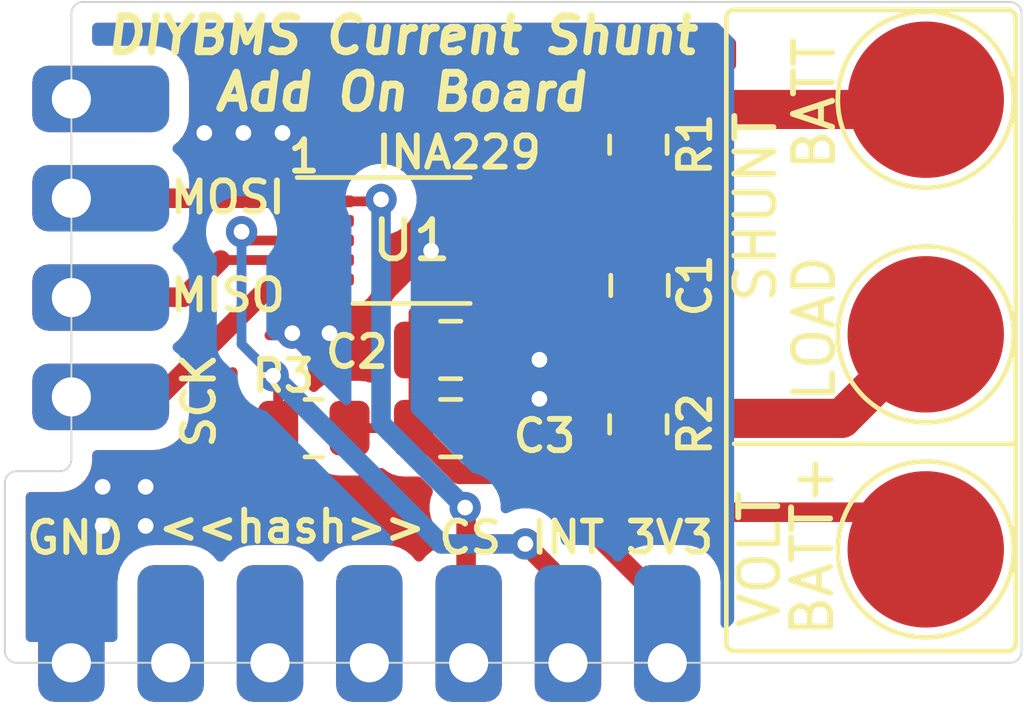
<source format=kicad_pcb>
(kicad_pcb (version 20171130) (host pcbnew "(5.1.10)-1")

  (general
    (thickness 1.6)
    (drawings 37)
    (tracks 89)
    (zones 0)
    (modules 12)
    (nets 13)
  )

  (page A4)
  (layers
    (0 F.Cu signal)
    (31 B.Cu signal)
    (32 B.Adhes user)
    (33 F.Adhes user)
    (34 B.Paste user)
    (35 F.Paste user)
    (36 B.SilkS user)
    (37 F.SilkS user)
    (38 B.Mask user)
    (39 F.Mask user)
    (40 Dwgs.User user)
    (41 Cmts.User user)
    (42 Eco1.User user)
    (43 Eco2.User user)
    (44 Edge.Cuts user)
    (45 Margin user)
    (46 B.CrtYd user)
    (47 F.CrtYd user hide)
    (48 B.Fab user)
    (49 F.Fab user hide)
  )

  (setup
    (last_trace_width 0.25)
    (trace_clearance 0.2)
    (zone_clearance 0)
    (zone_45_only yes)
    (trace_min 0.2)
    (via_size 0.8)
    (via_drill 0.4)
    (via_min_size 0.4)
    (via_min_drill 0.3)
    (uvia_size 0.3)
    (uvia_drill 0.1)
    (uvias_allowed no)
    (uvia_min_size 0.2)
    (uvia_min_drill 0.1)
    (edge_width 0.05)
    (segment_width 0.2)
    (pcb_text_width 0.3)
    (pcb_text_size 1.5 1.5)
    (mod_edge_width 0.12)
    (mod_text_size 1 1)
    (mod_text_width 0.15)
    (pad_size 1.524 1.524)
    (pad_drill 0.762)
    (pad_to_mask_clearance 0)
    (aux_axis_origin 0 0)
    (visible_elements 7FFFFFFF)
    (pcbplotparams
      (layerselection 0x010fc_ffffffff)
      (usegerberextensions false)
      (usegerberattributes true)
      (usegerberadvancedattributes true)
      (creategerberjobfile true)
      (excludeedgelayer true)
      (linewidth 0.100000)
      (plotframeref false)
      (viasonmask false)
      (mode 1)
      (useauxorigin false)
      (hpglpennumber 1)
      (hpglpenspeed 20)
      (hpglpendiameter 15.000000)
      (psnegative false)
      (psa4output false)
      (plotreference true)
      (plotvalue true)
      (plotinvisibletext false)
      (padsonsilk false)
      (subtractmaskfromsilk false)
      (outputformat 1)
      (mirror false)
      (drillshape 1)
      (scaleselection 1)
      (outputdirectory ""))
  )

  (net 0 "")
  (net 1 GND)
  (net 2 ALERT)
  (net 3 CS)
  (net 4 +3V3)
  (net 5 SCK)
  (net 6 MISO)
  (net 7 MOSI)
  (net 8 "Net-(C1-Pad2)")
  (net 9 "Net-(C1-Pad1)")
  (net 10 "Net-(J3-Pad1)")
  (net 11 "Net-(J4-Pad1)")
  (net 12 "Net-(J5-Pad1)")

  (net_class Default "This is the default net class."
    (clearance 0.2)
    (trace_width 0.25)
    (via_dia 0.8)
    (via_drill 0.4)
    (uvia_dia 0.3)
    (uvia_drill 0.1)
    (add_net +3V3)
    (add_net ALERT)
    (add_net CS)
    (add_net GND)
    (add_net MISO)
    (add_net MOSI)
    (add_net "Net-(C1-Pad1)")
    (add_net "Net-(C1-Pad2)")
    (add_net "Net-(J3-Pad1)")
    (add_net "Net-(J4-Pad1)")
    (add_net "Net-(J5-Pad1)")
    (add_net SCK)
  )

  (module Connector_PinHeader_2.54mm:PinHeader_1x04_P2.54mm_Vertical locked (layer F.Cu) (tedit 63A57460) (tstamp 63A49200)
    (at 205.8 105.9 180)
    (descr "Through hole straight pin header, 1x04, 2.54mm pitch, single row")
    (tags "Through hole pin header THT 1x04 2.54mm single row")
    (path /63A42F06)
    (fp_text reference J2 (at 0.9 9.3 180) (layer F.SilkS) hide
      (effects (font (size 1 1) (thickness 0.15)))
    )
    (fp_text value header (at -0.3 10.25 180) (layer F.Fab)
      (effects (font (size 1 1) (thickness 0.15)))
    )
    (fp_line (start 1.75 -1.8) (end -2.6 -1.8) (layer F.CrtYd) (width 0.05))
    (fp_line (start 1.75 9.4) (end 1.75 -1.8) (layer F.CrtYd) (width 0.05))
    (fp_line (start -2.6 9.4) (end 1.75 9.4) (layer F.CrtYd) (width 0.05))
    (fp_line (start -2.6 -1.8) (end -2.6 9.4) (layer F.CrtYd) (width 0.05))
    (fp_line (start -1.27 -0.635) (end -0.635 -1.27) (layer F.Fab) (width 0.1))
    (fp_line (start -1.27 8.89) (end -1.27 -0.635) (layer F.Fab) (width 0.1))
    (fp_line (start 1.27 8.89) (end -1.27 8.89) (layer F.Fab) (width 0.1))
    (fp_line (start 1.27 -1.27) (end 1.27 8.89) (layer F.Fab) (width 0.1))
    (fp_line (start -0.635 -1.27) (end 1.27 -1.27) (layer F.Fab) (width 0.1))
    (fp_text user %R (at 0 3.81 270) (layer F.Fab)
      (effects (font (size 1 1) (thickness 0.15)))
    )
    (pad 4 thru_hole roundrect (at 0 7.62 180) (size 3.5 1.7) (drill 1 (offset -0.75 0)) (layers *.Cu *.Mask) (roundrect_rratio 0.25))
    (pad 3 thru_hole roundrect (at 0 5.08 180) (size 3.5 1.7) (drill 1 (offset -0.75 0)) (layers *.Cu *.Mask) (roundrect_rratio 0.25)
      (net 7 MOSI))
    (pad 2 thru_hole roundrect (at 0 2.54 180) (size 3.5 1.7) (drill 1 (offset -0.75 0)) (layers *.Cu *.Mask) (roundrect_rratio 0.25)
      (net 6 MISO))
    (pad 1 thru_hole roundrect (at 0 0 180) (size 3.5 1.7) (drill 1 (offset -0.75 0)) (layers *.Cu *.Mask) (roundrect_rratio 0.25)
      (net 5 SCK))
  )

  (module Connector_PinHeader_2.54mm:PinHeader_1x07_P2.54mm_Vertical locked (layer F.Cu) (tedit 63A57393) (tstamp 63A5F3D1)
    (at 205.8 112.7 90)
    (descr "Through hole straight pin header, 1x07, 2.54mm pitch, single row")
    (tags "Through hole pin header THT 1x07 2.54mm single row")
    (path /63A4285E)
    (fp_text reference J1 (at -1.9 0) (layer F.SilkS) hide
      (effects (font (size 1 1) (thickness 0.15)))
    )
    (fp_text value header (at -2.3 1.8) (layer F.Fab)
      (effects (font (size 1 1) (thickness 0.15)))
    )
    (fp_line (start 2.55 -1.8) (end -1.35 -1.8) (layer F.CrtYd) (width 0.05))
    (fp_line (start 2.55 17.05) (end 2.55 -1.8) (layer F.CrtYd) (width 0.05))
    (fp_line (start -1.35 17.05) (end 2.55 17.05) (layer F.CrtYd) (width 0.05))
    (fp_line (start -1.35 -1.8) (end -1.35 17.05) (layer F.CrtYd) (width 0.05))
    (fp_line (start -1.27 -0.635) (end -0.635 -1.27) (layer F.Fab) (width 0.1))
    (fp_line (start -1.27 16.51) (end -1.27 -0.635) (layer F.Fab) (width 0.1))
    (fp_line (start 1.27 16.51) (end -1.27 16.51) (layer F.Fab) (width 0.1))
    (fp_line (start 1.27 -1.27) (end 1.27 16.51) (layer F.Fab) (width 0.1))
    (fp_line (start -0.635 -1.27) (end 1.27 -1.27) (layer F.Fab) (width 0.1))
    (fp_text user %R (at 0 7.62 180) (layer F.Fab)
      (effects (font (size 1 1) (thickness 0.15)))
    )
    (pad 7 thru_hole roundrect (at 0 15.24 90) (size 3.5 1.7) (drill 1 (offset 0.75 0)) (layers *.Cu *.Mask) (roundrect_rratio 0.25)
      (net 4 +3V3))
    (pad 6 thru_hole roundrect (at 0 12.7 90) (size 3.5 1.7) (drill 1 (offset 0.75 0)) (layers *.Cu *.Mask) (roundrect_rratio 0.25)
      (net 2 ALERT))
    (pad 5 thru_hole roundrect (at 0 10.16 90) (size 3.5 1.7) (drill 1 (offset 0.75 0)) (layers *.Cu *.Mask) (roundrect_rratio 0.25)
      (net 3 CS))
    (pad 4 thru_hole roundrect (at 0 7.62 90) (size 3.5 1.7) (drill 1 (offset 0.75 0)) (layers *.Cu *.Mask) (roundrect_rratio 0.25))
    (pad 3 thru_hole roundrect (at 0 5.08 90) (size 3.5 1.7) (drill 1 (offset 0.75 0)) (layers *.Cu *.Mask) (roundrect_rratio 0.25))
    (pad 2 thru_hole roundrect (at 0 2.54 90) (size 3.5 1.7) (drill 1 (offset 0.75 0)) (layers *.Cu *.Mask) (roundrect_rratio 0.25))
    (pad 1 thru_hole roundrect (at 0 0 90) (size 3.5 1.7) (drill 1 (offset 0.75 0)) (layers *.Cu *.Mask) (roundrect_rratio 0.25)
      (net 1 GND))
  )

  (module Resistor_SMD:R_0805_2012Metric (layer F.Cu) (tedit 5F68FEEE) (tstamp 63A4B316)
    (at 212 106.7 180)
    (descr "Resistor SMD 0805 (2012 Metric), square (rectangular) end terminal, IPC_7351 nominal, (Body size source: IPC-SM-782 page 72, https://www.pcb-3d.com/wordpress/wp-content/uploads/ipc-sm-782a_amendment_1_and_2.pdf), generated with kicad-footprint-generator")
    (tags resistor)
    (path /63A74A2E)
    (attr smd)
    (fp_text reference R3 (at 0.78 1.34) (layer F.SilkS)
      (effects (font (size 0.8 0.8) (thickness 0.15)))
    )
    (fp_text value 10K (at 0 1.65) (layer F.Fab)
      (effects (font (size 1 1) (thickness 0.15)))
    )
    (fp_line (start 1.68 0.95) (end -1.68 0.95) (layer F.CrtYd) (width 0.05))
    (fp_line (start 1.68 -0.95) (end 1.68 0.95) (layer F.CrtYd) (width 0.05))
    (fp_line (start -1.68 -0.95) (end 1.68 -0.95) (layer F.CrtYd) (width 0.05))
    (fp_line (start -1.68 0.95) (end -1.68 -0.95) (layer F.CrtYd) (width 0.05))
    (fp_line (start -0.227064 0.735) (end 0.227064 0.735) (layer F.SilkS) (width 0.12))
    (fp_line (start -0.227064 -0.735) (end 0.227064 -0.735) (layer F.SilkS) (width 0.12))
    (fp_line (start 1 0.625) (end -1 0.625) (layer F.Fab) (width 0.1))
    (fp_line (start 1 -0.625) (end 1 0.625) (layer F.Fab) (width 0.1))
    (fp_line (start -1 -0.625) (end 1 -0.625) (layer F.Fab) (width 0.1))
    (fp_line (start -1 0.625) (end -1 -0.625) (layer F.Fab) (width 0.1))
    (fp_text user %R (at 0 0) (layer F.Fab)
      (effects (font (size 0.5 0.5) (thickness 0.08)))
    )
    (pad 2 smd roundrect (at 0.9125 0 180) (size 1.025 1.4) (layers F.Cu F.Paste F.Mask) (roundrect_rratio 0.243902)
      (net 2 ALERT))
    (pad 1 smd roundrect (at -0.9125 0 180) (size 1.025 1.4) (layers F.Cu F.Paste F.Mask) (roundrect_rratio 0.243902)
      (net 4 +3V3))
    (model ${KISYS3DMOD}/Resistor_SMD.3dshapes/R_0805_2012Metric.wrl
      (at (xyz 0 0 0))
      (scale (xyz 1 1 1))
      (rotate (xyz 0 0 0))
    )
  )

  (module Package_SO:VSSOP-10_3x3mm_P0.5mm (layer F.Cu) (tedit 5D9F72B2) (tstamp 63A4A39F)
    (at 214.5 101.9)
    (descr "VSSOP, 10 Pin (http://www.ti.com/lit/ds/symlink/ads1115.pdf), generated with kicad-footprint-generator ipc_gullwing_generator.py")
    (tags "VSSOP SO")
    (path /63A4D030)
    (attr smd)
    (fp_text reference U1 (at 0 0) (layer F.SilkS)
      (effects (font (size 1 1) (thickness 0.15)))
    )
    (fp_text value INA229 (at 1.2 -2.25 180) (layer F.SilkS)
      (effects (font (size 0.8 0.8) (thickness 0.15)))
    )
    (fp_line (start 3.18 -1.75) (end -3.18 -1.75) (layer F.CrtYd) (width 0.05))
    (fp_line (start 3.18 1.75) (end 3.18 -1.75) (layer F.CrtYd) (width 0.05))
    (fp_line (start -3.18 1.75) (end 3.18 1.75) (layer F.CrtYd) (width 0.05))
    (fp_line (start -3.18 -1.75) (end -3.18 1.75) (layer F.CrtYd) (width 0.05))
    (fp_line (start -1.5 -0.75) (end -0.75 -1.5) (layer F.Fab) (width 0.1))
    (fp_line (start -1.5 1.5) (end -1.5 -0.75) (layer F.Fab) (width 0.1))
    (fp_line (start 1.5 1.5) (end -1.5 1.5) (layer F.Fab) (width 0.1))
    (fp_line (start 1.5 -1.5) (end 1.5 1.5) (layer F.Fab) (width 0.1))
    (fp_line (start -0.75 -1.5) (end 1.5 -1.5) (layer F.Fab) (width 0.1))
    (fp_line (start 0 -1.61) (end -2.925 -1.61) (layer F.SilkS) (width 0.12))
    (fp_line (start 0 -1.61) (end 1.5 -1.61) (layer F.SilkS) (width 0.12))
    (fp_line (start 0 1.61) (end -1.5 1.61) (layer F.SilkS) (width 0.12))
    (fp_line (start 0 1.61) (end 1.5 1.61) (layer F.SilkS) (width 0.12))
    (fp_text user %R (at 0 0) (layer F.Fab)
      (effects (font (size 0.75 0.75) (thickness 0.11)))
    )
    (pad 10 smd roundrect (at 2.2 -1) (size 1.45 0.3) (layers F.Cu F.Paste F.Mask) (roundrect_rratio 0.25)
      (net 9 "Net-(C1-Pad1)"))
    (pad 9 smd roundrect (at 2.2 -0.5) (size 1.45 0.3) (layers F.Cu F.Paste F.Mask) (roundrect_rratio 0.25)
      (net 8 "Net-(C1-Pad2)"))
    (pad 8 smd roundrect (at 2.2 0) (size 1.45 0.3) (layers F.Cu F.Paste F.Mask) (roundrect_rratio 0.25)
      (net 12 "Net-(J5-Pad1)"))
    (pad 7 smd roundrect (at 2.2 0.5) (size 1.45 0.3) (layers F.Cu F.Paste F.Mask) (roundrect_rratio 0.25)
      (net 1 GND))
    (pad 6 smd roundrect (at 2.2 1) (size 1.45 0.3) (layers F.Cu F.Paste F.Mask) (roundrect_rratio 0.25)
      (net 4 +3V3))
    (pad 5 smd roundrect (at -2.2 1) (size 1.45 0.3) (layers F.Cu F.Paste F.Mask) (roundrect_rratio 0.25)
      (net 5 SCK))
    (pad 4 smd roundrect (at -2.2 0.5) (size 1.45 0.3) (layers F.Cu F.Paste F.Mask) (roundrect_rratio 0.25)
      (net 6 MISO))
    (pad 3 smd roundrect (at -2.2 0) (size 1.45 0.3) (layers F.Cu F.Paste F.Mask) (roundrect_rratio 0.25)
      (net 2 ALERT))
    (pad 2 smd roundrect (at -2.2 -0.5) (size 1.45 0.3) (layers F.Cu F.Paste F.Mask) (roundrect_rratio 0.25)
      (net 7 MOSI))
    (pad 1 smd roundrect (at -2.2 -1) (size 1.45 0.3) (layers F.Cu F.Paste F.Mask) (roundrect_rratio 0.25)
      (net 3 CS))
    (model ${KISYS3DMOD}/Package_SO.3dshapes/VSSOP-10_3x3mm_P0.5mm.wrl
      (at (xyz 0 0 0))
      (scale (xyz 1 1 1))
      (rotate (xyz 0 0 0))
    )
  )

  (module Resistor_SMD:R_0805_2012Metric (layer F.Cu) (tedit 5F68FEEE) (tstamp 63A4A383)
    (at 220.3 106.6 270)
    (descr "Resistor SMD 0805 (2012 Metric), square (rectangular) end terminal, IPC_7351 nominal, (Body size source: IPC-SM-782 page 72, https://www.pcb-3d.com/wordpress/wp-content/uploads/ipc-sm-782a_amendment_1_and_2.pdf), generated with kicad-footprint-generator")
    (tags resistor)
    (path /63A48284)
    (attr smd)
    (fp_text reference R2 (at 0 -1.45 90) (layer F.SilkS)
      (effects (font (size 0.8 0.8) (thickness 0.15)))
    )
    (fp_text value 10R (at 0 1.65 90) (layer F.Fab)
      (effects (font (size 1 1) (thickness 0.15)))
    )
    (fp_line (start 1.68 0.95) (end -1.68 0.95) (layer F.CrtYd) (width 0.05))
    (fp_line (start 1.68 -0.95) (end 1.68 0.95) (layer F.CrtYd) (width 0.05))
    (fp_line (start -1.68 -0.95) (end 1.68 -0.95) (layer F.CrtYd) (width 0.05))
    (fp_line (start -1.68 0.95) (end -1.68 -0.95) (layer F.CrtYd) (width 0.05))
    (fp_line (start -0.227064 0.735) (end 0.227064 0.735) (layer F.SilkS) (width 0.12))
    (fp_line (start -0.227064 -0.735) (end 0.227064 -0.735) (layer F.SilkS) (width 0.12))
    (fp_line (start 1 0.625) (end -1 0.625) (layer F.Fab) (width 0.1))
    (fp_line (start 1 -0.625) (end 1 0.625) (layer F.Fab) (width 0.1))
    (fp_line (start -1 -0.625) (end 1 -0.625) (layer F.Fab) (width 0.1))
    (fp_line (start -1 0.625) (end -1 -0.625) (layer F.Fab) (width 0.1))
    (fp_text user %R (at 0 0 90) (layer F.Fab)
      (effects (font (size 0.5 0.5) (thickness 0.08)))
    )
    (pad 2 smd roundrect (at 0.9125 0 270) (size 1.025 1.4) (layers F.Cu F.Paste F.Mask) (roundrect_rratio 0.243902)
      (net 11 "Net-(J4-Pad1)"))
    (pad 1 smd roundrect (at -0.9125 0 270) (size 1.025 1.4) (layers F.Cu F.Paste F.Mask) (roundrect_rratio 0.243902)
      (net 8 "Net-(C1-Pad2)"))
    (model ${KISYS3DMOD}/Resistor_SMD.3dshapes/R_0805_2012Metric.wrl
      (at (xyz 0 0 0))
      (scale (xyz 1 1 1))
      (rotate (xyz 0 0 0))
    )
  )

  (module Resistor_SMD:R_0805_2012Metric (layer F.Cu) (tedit 5F68FEEE) (tstamp 63A4B6E3)
    (at 220.3 99.45 90)
    (descr "Resistor SMD 0805 (2012 Metric), square (rectangular) end terminal, IPC_7351 nominal, (Body size source: IPC-SM-782 page 72, https://www.pcb-3d.com/wordpress/wp-content/uploads/ipc-sm-782a_amendment_1_and_2.pdf), generated with kicad-footprint-generator")
    (tags resistor)
    (path /63A468C1)
    (attr smd)
    (fp_text reference R1 (at 0 1.45 90) (layer F.SilkS)
      (effects (font (size 0.8 0.8) (thickness 0.15)))
    )
    (fp_text value 10R (at 0 1.65 90) (layer F.Fab)
      (effects (font (size 1 1) (thickness 0.15)))
    )
    (fp_line (start 1.68 0.95) (end -1.68 0.95) (layer F.CrtYd) (width 0.05))
    (fp_line (start 1.68 -0.95) (end 1.68 0.95) (layer F.CrtYd) (width 0.05))
    (fp_line (start -1.68 -0.95) (end 1.68 -0.95) (layer F.CrtYd) (width 0.05))
    (fp_line (start -1.68 0.95) (end -1.68 -0.95) (layer F.CrtYd) (width 0.05))
    (fp_line (start -0.227064 0.735) (end 0.227064 0.735) (layer F.SilkS) (width 0.12))
    (fp_line (start -0.227064 -0.735) (end 0.227064 -0.735) (layer F.SilkS) (width 0.12))
    (fp_line (start 1 0.625) (end -1 0.625) (layer F.Fab) (width 0.1))
    (fp_line (start 1 -0.625) (end 1 0.625) (layer F.Fab) (width 0.1))
    (fp_line (start -1 -0.625) (end 1 -0.625) (layer F.Fab) (width 0.1))
    (fp_line (start -1 0.625) (end -1 -0.625) (layer F.Fab) (width 0.1))
    (fp_text user %R (at 0 0 90) (layer F.Fab)
      (effects (font (size 0.5 0.5) (thickness 0.08)))
    )
    (pad 2 smd roundrect (at 0.9125 0 90) (size 1.025 1.4) (layers F.Cu F.Paste F.Mask) (roundrect_rratio 0.243902)
      (net 10 "Net-(J3-Pad1)"))
    (pad 1 smd roundrect (at -0.9125 0 90) (size 1.025 1.4) (layers F.Cu F.Paste F.Mask) (roundrect_rratio 0.243902)
      (net 9 "Net-(C1-Pad1)"))
    (model ${KISYS3DMOD}/Resistor_SMD.3dshapes/R_0805_2012Metric.wrl
      (at (xyz 0 0 0))
      (scale (xyz 1 1 1))
      (rotate (xyz 0 0 0))
    )
  )

  (module TestPoint:TestPoint_Pad_D4.0mm (layer F.Cu) (tedit 5A0F774F) (tstamp 63A5F41E)
    (at 227.65 109.8 90)
    (descr "SMD pad as test Point, diameter 4.0mm")
    (tags "test point SMD pad")
    (path /63A551FC)
    (attr virtual)
    (fp_text reference J5 (at -0.1 3.7 90) (layer F.SilkS) hide
      (effects (font (size 1 1) (thickness 0.15)))
    )
    (fp_text value BUSVOLTAGE+ (at 0.2 8.2) (layer F.Fab)
      (effects (font (size 1 1) (thickness 0.15)))
    )
    (fp_circle (center 0 0) (end 0 2.25) (layer F.SilkS) (width 0.12))
    (fp_circle (center 0 0) (end 2.5 0) (layer F.CrtYd) (width 0.05))
    (fp_text user %R (at 0 -2.9 90) (layer F.Fab)
      (effects (font (size 1 1) (thickness 0.15)))
    )
    (pad 1 smd circle (at 0 0 90) (size 4 4) (layers F.Cu F.Mask)
      (net 12 "Net-(J5-Pad1)"))
  )

  (module TestPoint:TestPoint_Pad_D4.0mm (layer F.Cu) (tedit 5A0F774F) (tstamp 63A606F5)
    (at 227.65 104.3 90)
    (descr "SMD pad as test Point, diameter 4.0mm")
    (tags "test point SMD pad")
    (path /63A49860)
    (attr virtual)
    (fp_text reference J4 (at 0.15 3.7 90) (layer F.SilkS) hide
      (effects (font (size 1 1) (thickness 0.15)))
    )
    (fp_text value CHARGER-LOAD (at 0.1 8.3) (layer F.Fab)
      (effects (font (size 1 1) (thickness 0.15)))
    )
    (fp_circle (center 0 0) (end 0 2.25) (layer F.SilkS) (width 0.12))
    (fp_circle (center 0 0) (end 2.5 0) (layer F.CrtYd) (width 0.05))
    (fp_text user %R (at 0 -2.9 90) (layer F.Fab)
      (effects (font (size 1 1) (thickness 0.15)))
    )
    (pad 1 smd circle (at 0 0 90) (size 4 4) (layers F.Cu F.Mask)
      (net 11 "Net-(J4-Pad1)"))
  )

  (module TestPoint:TestPoint_Pad_D4.0mm (layer F.Cu) (tedit 5A0F774F) (tstamp 63A5F45A)
    (at 227.65 98.3 90)
    (descr "SMD pad as test Point, diameter 4.0mm")
    (tags "test point SMD pad")
    (path /63A49249)
    (attr virtual)
    (fp_text reference J3 (at 0.1 3.7 90) (layer F.SilkS) hide
      (effects (font (size 1 1) (thickness 0.15)))
    )
    (fp_text value BATTERY+ (at 0.7 6.4) (layer F.Fab)
      (effects (font (size 1 1) (thickness 0.15)))
    )
    (fp_circle (center 0 0) (end 0 2.25) (layer F.SilkS) (width 0.12))
    (fp_circle (center 0 0) (end 2.5 0) (layer F.CrtYd) (width 0.05))
    (fp_text user %R (at 0 -2.9 90) (layer F.Fab)
      (effects (font (size 1 1) (thickness 0.15)))
    )
    (pad 1 smd circle (at 0 0 90) (size 4 4) (layers F.Cu F.Mask)
      (net 10 "Net-(J3-Pad1)"))
  )

  (module Capacitor_SMD:C_0805_2012Metric (layer F.Cu) (tedit 5F68FEEE) (tstamp 63A4A2E7)
    (at 215.5 106.7)
    (descr "Capacitor SMD 0805 (2012 Metric), square (rectangular) end terminal, IPC_7351 nominal, (Body size source: IPC-SM-782 page 76, https://www.pcb-3d.com/wordpress/wp-content/uploads/ipc-sm-782a_amendment_1_and_2.pdf, https://docs.google.com/spreadsheets/d/1BsfQQcO9C6DZCsRaXUlFlo91Tg2WpOkGARC1WS5S8t0/edit?usp=sharing), generated with kicad-footprint-generator")
    (tags capacitor)
    (path /63A45377)
    (attr smd)
    (fp_text reference C3 (at 2.4 0.2) (layer F.SilkS)
      (effects (font (size 0.8 0.8) (thickness 0.15)))
    )
    (fp_text value 100nF (at 0 1.68) (layer F.Fab)
      (effects (font (size 1 1) (thickness 0.15)))
    )
    (fp_line (start 1.7 0.98) (end -1.7 0.98) (layer F.CrtYd) (width 0.05))
    (fp_line (start 1.7 -0.98) (end 1.7 0.98) (layer F.CrtYd) (width 0.05))
    (fp_line (start -1.7 -0.98) (end 1.7 -0.98) (layer F.CrtYd) (width 0.05))
    (fp_line (start -1.7 0.98) (end -1.7 -0.98) (layer F.CrtYd) (width 0.05))
    (fp_line (start -0.261252 0.735) (end 0.261252 0.735) (layer F.SilkS) (width 0.12))
    (fp_line (start -0.261252 -0.735) (end 0.261252 -0.735) (layer F.SilkS) (width 0.12))
    (fp_line (start 1 0.625) (end -1 0.625) (layer F.Fab) (width 0.1))
    (fp_line (start 1 -0.625) (end 1 0.625) (layer F.Fab) (width 0.1))
    (fp_line (start -1 -0.625) (end 1 -0.625) (layer F.Fab) (width 0.1))
    (fp_line (start -1 0.625) (end -1 -0.625) (layer F.Fab) (width 0.1))
    (fp_text user %R (at 0 0) (layer F.Fab)
      (effects (font (size 0.5 0.5) (thickness 0.08)))
    )
    (pad 2 smd roundrect (at 0.95 0) (size 1 1.45) (layers F.Cu F.Paste F.Mask) (roundrect_rratio 0.25)
      (net 1 GND))
    (pad 1 smd roundrect (at -0.95 0) (size 1 1.45) (layers F.Cu F.Paste F.Mask) (roundrect_rratio 0.25)
      (net 4 +3V3))
    (model ${KISYS3DMOD}/Capacitor_SMD.3dshapes/C_0805_2012Metric.wrl
      (at (xyz 0 0 0))
      (scale (xyz 1 1 1))
      (rotate (xyz 0 0 0))
    )
  )

  (module Capacitor_SMD:C_0805_2012Metric (layer F.Cu) (tedit 5F68FEEE) (tstamp 63A4A2D6)
    (at 215.5 104.7)
    (descr "Capacitor SMD 0805 (2012 Metric), square (rectangular) end terminal, IPC_7351 nominal, (Body size source: IPC-SM-782 page 76, https://www.pcb-3d.com/wordpress/wp-content/uploads/ipc-sm-782a_amendment_1_and_2.pdf, https://docs.google.com/spreadsheets/d/1BsfQQcO9C6DZCsRaXUlFlo91Tg2WpOkGARC1WS5S8t0/edit?usp=sharing), generated with kicad-footprint-generator")
    (tags capacitor)
    (path /63A455EA)
    (attr smd)
    (fp_text reference C2 (at -2.4 0.05) (layer F.SilkS)
      (effects (font (size 0.8 0.8) (thickness 0.15)))
    )
    (fp_text value 1uF (at 0 1.68) (layer F.Fab)
      (effects (font (size 1 1) (thickness 0.15)))
    )
    (fp_line (start 1.7 0.98) (end -1.7 0.98) (layer F.CrtYd) (width 0.05))
    (fp_line (start 1.7 -0.98) (end 1.7 0.98) (layer F.CrtYd) (width 0.05))
    (fp_line (start -1.7 -0.98) (end 1.7 -0.98) (layer F.CrtYd) (width 0.05))
    (fp_line (start -1.7 0.98) (end -1.7 -0.98) (layer F.CrtYd) (width 0.05))
    (fp_line (start -0.261252 0.735) (end 0.261252 0.735) (layer F.SilkS) (width 0.12))
    (fp_line (start -0.261252 -0.735) (end 0.261252 -0.735) (layer F.SilkS) (width 0.12))
    (fp_line (start 1 0.625) (end -1 0.625) (layer F.Fab) (width 0.1))
    (fp_line (start 1 -0.625) (end 1 0.625) (layer F.Fab) (width 0.1))
    (fp_line (start -1 -0.625) (end 1 -0.625) (layer F.Fab) (width 0.1))
    (fp_line (start -1 0.625) (end -1 -0.625) (layer F.Fab) (width 0.1))
    (fp_text user %R (at 0 0) (layer F.Fab)
      (effects (font (size 0.5 0.5) (thickness 0.08)))
    )
    (pad 2 smd roundrect (at 0.95 0) (size 1 1.45) (layers F.Cu F.Paste F.Mask) (roundrect_rratio 0.25)
      (net 1 GND))
    (pad 1 smd roundrect (at -0.95 0) (size 1 1.45) (layers F.Cu F.Paste F.Mask) (roundrect_rratio 0.25)
      (net 4 +3V3))
    (model ${KISYS3DMOD}/Capacitor_SMD.3dshapes/C_0805_2012Metric.wrl
      (at (xyz 0 0 0))
      (scale (xyz 1 1 1))
      (rotate (xyz 0 0 0))
    )
  )

  (module Capacitor_SMD:C_0805_2012Metric (layer F.Cu) (tedit 5F68FEEE) (tstamp 63A4A2C5)
    (at 220.33 103.05 270)
    (descr "Capacitor SMD 0805 (2012 Metric), square (rectangular) end terminal, IPC_7351 nominal, (Body size source: IPC-SM-782 page 76, https://www.pcb-3d.com/wordpress/wp-content/uploads/ipc-sm-782a_amendment_1_and_2.pdf, https://docs.google.com/spreadsheets/d/1BsfQQcO9C6DZCsRaXUlFlo91Tg2WpOkGARC1WS5S8t0/edit?usp=sharing), generated with kicad-footprint-generator")
    (tags capacitor)
    (path /63A464B9)
    (attr smd)
    (fp_text reference C1 (at 0 -1.42 90) (layer F.SilkS)
      (effects (font (size 0.8 0.8) (thickness 0.15)))
    )
    (fp_text value "100nF 100V" (at 0 1.68 90) (layer F.Fab)
      (effects (font (size 1 1) (thickness 0.15)))
    )
    (fp_line (start 1.7 0.98) (end -1.7 0.98) (layer F.CrtYd) (width 0.05))
    (fp_line (start 1.7 -0.98) (end 1.7 0.98) (layer F.CrtYd) (width 0.05))
    (fp_line (start -1.7 -0.98) (end 1.7 -0.98) (layer F.CrtYd) (width 0.05))
    (fp_line (start -1.7 0.98) (end -1.7 -0.98) (layer F.CrtYd) (width 0.05))
    (fp_line (start -0.261252 0.735) (end 0.261252 0.735) (layer F.SilkS) (width 0.12))
    (fp_line (start -0.261252 -0.735) (end 0.261252 -0.735) (layer F.SilkS) (width 0.12))
    (fp_line (start 1 0.625) (end -1 0.625) (layer F.Fab) (width 0.1))
    (fp_line (start 1 -0.625) (end 1 0.625) (layer F.Fab) (width 0.1))
    (fp_line (start -1 -0.625) (end 1 -0.625) (layer F.Fab) (width 0.1))
    (fp_line (start -1 0.625) (end -1 -0.625) (layer F.Fab) (width 0.1))
    (fp_text user %R (at 0 0 90) (layer F.Fab)
      (effects (font (size 0.5 0.5) (thickness 0.08)))
    )
    (pad 2 smd roundrect (at 0.95 0 270) (size 1 1.45) (layers F.Cu F.Paste F.Mask) (roundrect_rratio 0.25)
      (net 8 "Net-(C1-Pad2)"))
    (pad 1 smd roundrect (at -0.95 0 270) (size 1 1.45) (layers F.Cu F.Paste F.Mask) (roundrect_rratio 0.25)
      (net 9 "Net-(C1-Pad1)"))
    (model ${KISYS3DMOD}/Capacitor_SMD.3dshapes/C_0805_2012Metric.wrl
      (at (xyz 0 0 0))
      (scale (xyz 1 1 1))
      (rotate (xyz 0 0 0))
    )
  )

  (gr_text <<hash>> (at 207.95 109.22) (layer F.SilkS) (tstamp 63A4DABB)
    (effects (font (size 0.8 0.8) (thickness 0.15)) (justify left))
  )
  (gr_arc (start 229.8 112.4) (end 229.8 112.7) (angle -90) (layer Edge.Cuts) (width 0.05) (tstamp 63A4D227))
  (gr_arc (start 229.8 96.1) (end 230.1 96.1) (angle -90) (layer Edge.Cuts) (width 0.05) (tstamp 63A4D21B))
  (gr_arc (start 206.1 96.1) (end 206.1 95.8) (angle -90) (layer Edge.Cuts) (width 0.05) (tstamp 63A4D20A))
  (gr_arc (start 205.5 107.5) (end 205.5 107.8) (angle -90) (layer Edge.Cuts) (width 0.05) (tstamp 63A4D201))
  (gr_arc (start 204.4 108.1) (end 204.4 107.8) (angle -90) (layer Edge.Cuts) (width 0.05) (tstamp 63A4D1F0))
  (gr_arc (start 204.4 112.4) (end 204.1 112.4) (angle -90) (layer Edge.Cuts) (width 0.05))
  (gr_text 1 (at 211.75 99.75) (layer F.SilkS) (tstamp 63A4C9EC)
    (effects (font (size 0.8 0.8) (thickness 0.15)))
  )
  (gr_arc (start 222.75 96.2) (end 222.75 96) (angle -90) (layer F.SilkS) (width 0.12) (tstamp 63A5F403))
  (gr_arc (start 222.75 112.2) (end 222.55 112.2) (angle -90) (layer F.SilkS) (width 0.12) (tstamp 63A5F40C))
  (gr_arc (start 229.75 112.2) (end 229.75 112.4) (angle -90) (layer F.SilkS) (width 0.12) (tstamp 63A5F415))
  (gr_arc (start 229.75 96.2) (end 229.95 96.2) (angle -90) (layer F.SilkS) (width 0.12) (tstamp 63A5F409))
  (gr_text VOLT (at 223.4 110.05 90) (layer F.SilkS) (tstamp 63A5F44B)
    (effects (font (size 1 1) (thickness 0.15)))
  )
  (gr_text SHUNT (at 223.3 101.05 90) (layer F.SilkS) (tstamp 63A5F451)
    (effects (font (size 1 1) (thickness 0.15)))
  )
  (gr_line (start 229.95 101.3) (end 229.95 96.2) (layer F.SilkS) (width 0.12) (tstamp 63A5F400))
  (gr_line (start 222.75 96) (end 229.75 96) (layer F.SilkS) (width 0.12) (tstamp 63A5F412))
  (gr_line (start 222.55 112.2) (end 222.55 96.2) (layer F.SilkS) (width 0.12) (tstamp 63A5F40F))
  (gr_line (start 229.75 112.4) (end 222.75 112.4) (layer F.SilkS) (width 0.12) (tstamp 63A5F3FD))
  (gr_line (start 229.95 101.3) (end 229.95 112.2) (layer F.SilkS) (width 0.12) (tstamp 63A5F3FA))
  (gr_line (start 222.75 107.1) (end 229.95 107.1) (layer F.SilkS) (width 0.12) (tstamp 63A5F406))
  (gr_text "DIYBMS Current Shunt\nAdd On Board" (at 214.24 97.38) (layer F.SilkS)
    (effects (font (size 0.9 0.9) (thickness 0.2) italic))
  )
  (gr_text BATT+ (at 224.75 109.7 90) (layer F.SilkS) (tstamp 63A5F448)
    (effects (font (size 1 1) (thickness 0.15)))
  )
  (gr_text LOAD (at 224.8 104.15 90) (layer F.SilkS) (tstamp 63A5F44E)
    (effects (font (size 1 1) (thickness 0.15)))
  )
  (gr_text BATT (at 224.8 98.4 90) (layer F.SilkS) (tstamp 63A5F445)
    (effects (font (size 1 1) (thickness 0.15)))
  )
  (gr_line (start 230.1 96.1) (end 230.1 112.4) (layer Edge.Cuts) (width 0.05))
  (gr_line (start 206.1 95.8) (end 229.8 95.8) (layer Edge.Cuts) (width 0.05))
  (gr_line (start 204.4 107.8) (end 205.5 107.8) (layer Edge.Cuts) (width 0.05))
  (gr_line (start 204.1 112.4) (end 204.1 108.1) (layer Edge.Cuts) (width 0.05))
  (gr_line (start 205.8 96.1) (end 205.8 107.5) (layer Edge.Cuts) (width 0.05))
  (gr_line (start 229.8 112.7) (end 204.4 112.7) (layer Edge.Cuts) (width 0.05))
  (gr_text INT (at 218.5 109.5) (layer F.SilkS)
    (effects (font (size 0.8 0.8) (thickness 0.15)))
  )
  (gr_text CS (at 216 109.5) (layer F.SilkS)
    (effects (font (size 0.8 0.8) (thickness 0.15)))
  )
  (gr_text 3V3 (at 221.1 109.5) (layer F.SilkS) (tstamp 63A5F442)
    (effects (font (size 0.8 0.8) (thickness 0.15)))
  )
  (gr_text GND (at 205.9 109.504763) (layer F.SilkS)
    (effects (font (size 0.8 0.8) (thickness 0.15)))
  )
  (gr_text MOSI (at 209.8 100.8) (layer F.SilkS)
    (effects (font (size 0.8 0.8) (thickness 0.15)))
  )
  (gr_text MISO (at 209.8 103.3) (layer F.SilkS)
    (effects (font (size 0.8 0.8) (thickness 0.15)))
  )
  (gr_text SCK (at 209.06 106 90) (layer F.SilkS)
    (effects (font (size 0.8 0.8) (thickness 0.15)))
  )

  (via (at 206.6 109.2) (size 0.8) (drill 0.4) (layers F.Cu B.Cu) (net 1))
  (segment (start 216.45 106.7) (end 216.45 104.7) (width 0.25) (layer F.Cu) (net 1))
  (segment (start 205.8 110.7) (end 205.8 112.34999) (width 0.25) (layer F.Cu) (net 1))
  (via (at 207.7 109.2) (size 0.8) (drill 0.4) (layers F.Cu B.Cu) (net 1))
  (via (at 207.7 108.2) (size 0.8) (drill 0.4) (layers F.Cu B.Cu) (net 1))
  (via (at 206.6 108.2) (size 0.8) (drill 0.4) (layers F.Cu B.Cu) (net 1))
  (via (at 217.77 105.95) (size 0.8) (drill 0.4) (layers F.Cu B.Cu) (net 1))
  (via (at 212.4 104.27) (size 0.8) (drill 0.4) (layers F.Cu B.Cu) (net 1) (tstamp 63A6103A))
  (via (at 211.45 104.27) (size 0.8) (drill 0.4) (layers F.Cu B.Cu) (net 1))
  (via (at 209.2 99.15) (size 0.8) (drill 0.4) (layers F.Cu B.Cu) (net 1))
  (via (at 210.2 99.15) (size 0.8) (drill 0.4) (layers F.Cu B.Cu) (net 1))
  (via (at 211.2 99.15) (size 0.8) (drill 0.4) (layers F.Cu B.Cu) (net 1))
  (via (at 217.77 104.95) (size 0.8) (drill 0.4) (layers F.Cu B.Cu) (net 1) (tstamp 63A5E157))
  (via (at 215 102.16) (size 0.8) (drill 0.4) (layers F.Cu B.Cu) (net 1))
  (segment (start 216.7 102.4) (end 215.24 102.4) (width 0.25) (layer F.Cu) (net 1))
  (segment (start 215.24 102.4) (end 215 102.16) (width 0.25) (layer F.Cu) (net 1))
  (segment (start 216.7 102.4) (end 217.718234 102.4) (width 0.25) (layer F.Cu) (net 1))
  (segment (start 217.718234 102.4) (end 217.9 102.581766) (width 0.25) (layer F.Cu) (net 1))
  (segment (start 217.9 102.581766) (end 217.9 103.25) (width 0.25) (layer F.Cu) (net 1))
  (segment (start 217.9 103.25) (end 216.45 104.7) (width 0.25) (layer F.Cu) (net 1))
  (via (at 210.152512 101.67499) (size 0.8) (drill 0.4) (layers F.Cu B.Cu) (net 2))
  (segment (start 212.3 101.9) (end 210.377522 101.9) (width 0.25) (layer F.Cu) (net 2))
  (segment (start 210.377522 101.9) (end 210.152512 101.67499) (width 0.25) (layer F.Cu) (net 2))
  (via (at 217.41 109.66) (size 0.8) (drill 0.4) (layers F.Cu B.Cu) (net 2))
  (segment (start 218.5 110.75) (end 217.41 109.66) (width 0.5) (layer F.Cu) (net 2))
  (via (at 210.96 105.36) (size 0.8) (drill 0.4) (layers F.Cu B.Cu) (net 2))
  (segment (start 210.152512 104.552512) (end 210.96 105.36) (width 0.25) (layer B.Cu) (net 2))
  (segment (start 211.0875 106.7) (end 211.0875 105.4875) (width 0.25) (layer F.Cu) (net 2))
  (segment (start 210.152512 101.67499) (end 210.152512 104.552512) (width 0.25) (layer B.Cu) (net 2))
  (segment (start 211.0875 105.4875) (end 210.96 105.36) (width 0.25) (layer F.Cu) (net 2))
  (segment (start 217.41 109.66) (end 215.26 109.66) (width 0.5) (layer B.Cu) (net 2))
  (segment (start 215.26 109.66) (end 210.96 105.36) (width 0.5) (layer B.Cu) (net 2))
  (segment (start 213.67 100.9) (end 213.72 100.85) (width 0.5) (layer F.Cu) (net 3))
  (segment (start 212.3 100.9) (end 213.67 100.9) (width 0.25) (layer F.Cu) (net 3))
  (via (at 213.72 100.85) (size 0.8) (drill 0.4) (layers F.Cu B.Cu) (net 3))
  (segment (start 215.895044 111.025044) (end 215.9 111.03) (width 0.25) (layer F.Cu) (net 3))
  (via (at 215.87 108.73) (size 0.8) (drill 0.4) (layers F.Cu B.Cu) (net 3))
  (segment (start 213.72 106.58) (end 215.87 108.73) (width 0.5) (layer B.Cu) (net 3))
  (segment (start 213.72 100.85) (end 213.72 106.58) (width 0.5) (layer B.Cu) (net 3))
  (segment (start 215.895044 111.025044) (end 215.895044 108.755044) (width 0.5) (layer F.Cu) (net 3))
  (segment (start 215.895044 108.755044) (end 215.87 108.73) (width 0.5) (layer F.Cu) (net 3))
  (segment (start 214.55 104.7) (end 214.55 106.7) (width 0.25) (layer F.Cu) (net 4))
  (segment (start 215.4 102.9) (end 216.7 102.9) (width 0.25) (layer F.Cu) (net 4))
  (segment (start 214.55 103.75) (end 215.4 102.9) (width 0.25) (layer F.Cu) (net 4))
  (segment (start 214.55 104.7) (end 214.55 103.75) (width 0.25) (layer F.Cu) (net 4))
  (segment (start 212.9125 106.7) (end 214.55 106.7) (width 0.25) (layer F.Cu) (net 4))
  (segment (start 214.55 106.7) (end 215.729999 107.879999) (width 0.5) (layer F.Cu) (net 4))
  (segment (start 215.729999 107.879999) (end 217.679999 107.879999) (width 0.5) (layer F.Cu) (net 4))
  (segment (start 217.679999 107.879999) (end 220.68999 110.88999) (width 0.5) (layer F.Cu) (net 4))
  (segment (start 220.68999 110.88999) (end 220.68999 111.78999) (width 0.5) (layer F.Cu) (net 4))
  (segment (start 212.18 103.02) (end 212.3 102.9) (width 0.25) (layer F.Cu) (net 5))
  (segment (start 210.92 103.02) (end 212.18 103.02) (width 0.25) (layer F.Cu) (net 5))
  (segment (start 208.14 105.8) (end 207.52 105.8) (width 0.5) (layer F.Cu) (net 5))
  (segment (start 210.92 103.02) (end 208.14 105.8) (width 0.5) (layer F.Cu) (net 5))
  (segment (start 206.320019 103.189991) (end 206.15001 103.36) (width 0.25) (layer F.Cu) (net 6))
  (segment (start 212.3 102.4) (end 209.62 102.4) (width 0.25) (layer F.Cu) (net 6))
  (segment (start 208.67 103.35) (end 207.34 103.35) (width 0.5) (layer F.Cu) (net 6))
  (segment (start 209.62 102.4) (end 208.67 103.35) (width 0.5) (layer F.Cu) (net 6))
  (segment (start 211.37 101.4) (end 210.79 100.82) (width 0.25) (layer F.Cu) (net 7))
  (segment (start 212.3 101.4) (end 211.37 101.4) (width 0.25) (layer F.Cu) (net 7))
  (segment (start 207.37 100.82) (end 207.36 100.81) (width 0.5) (layer F.Cu) (net 7))
  (segment (start 210.79 100.82) (end 207.37 100.82) (width 0.5) (layer F.Cu) (net 7))
  (segment (start 220.3 104.03) (end 220.33 104) (width 1) (layer F.Cu) (net 8))
  (segment (start 220.3 105.6875) (end 220.3 104.03) (width 1) (layer F.Cu) (net 8))
  (segment (start 220.2 104) (end 220.33 104) (width 0.25) (layer F.Cu) (net 8))
  (segment (start 218.76 101.4) (end 216.7 101.4) (width 0.25) (layer F.Cu) (net 8))
  (segment (start 219.1 102.77) (end 219.1 101.74) (width 0.25) (layer F.Cu) (net 8))
  (segment (start 219.1 101.74) (end 218.76 101.4) (width 0.25) (layer F.Cu) (net 8))
  (segment (start 220.33 104) (end 219.1 102.77) (width 0.25) (layer F.Cu) (net 8))
  (segment (start 220.3 102.07) (end 220.33 102.1) (width 1) (layer F.Cu) (net 9))
  (segment (start 220.3 100.3625) (end 220.3 102.07) (width 1) (layer F.Cu) (net 9))
  (segment (start 220.2925 100.37) (end 220.3 100.3625) (width 0.25) (layer F.Cu) (net 9))
  (segment (start 217.23 100.37) (end 220.2925 100.37) (width 0.25) (layer F.Cu) (net 9))
  (segment (start 216.7 100.9) (end 217.23 100.37) (width 0.25) (layer F.Cu) (net 9))
  (segment (start 220.3125 98.55) (end 220.3 98.5375) (width 1) (layer F.Cu) (net 10))
  (segment (start 227.4 98.55) (end 220.3125 98.55) (width 1) (layer F.Cu) (net 10))
  (segment (start 227.65 98.3) (end 227.4 98.55) (width 1) (layer F.Cu) (net 10))
  (segment (start 225.5 106.45) (end 227.65 104.3) (width 1) (layer F.Cu) (net 11))
  (segment (start 222.15 106.45) (end 225.5 106.45) (width 1) (layer F.Cu) (net 11))
  (segment (start 221.0875 107.5125) (end 222.15 106.45) (width 1) (layer F.Cu) (net 11))
  (segment (start 220.3 107.5125) (end 221.0875 107.5125) (width 1) (layer F.Cu) (net 11))
  (segment (start 227.65 109.8) (end 226.7 108.85) (width 0.3) (layer F.Cu) (net 12))
  (segment (start 226.7 108.85) (end 220.51 108.85) (width 0.5) (layer F.Cu) (net 12))
  (segment (start 220.44 108.78) (end 220.51 108.85) (width 0.25) (layer F.Cu) (net 12))
  (segment (start 219.86 108.78) (end 220.44 108.78) (width 0.25) (layer F.Cu) (net 12))
  (segment (start 218.624989 102.634989) (end 217.89 101.9) (width 0.3) (layer F.Cu) (net 12))
  (segment (start 217.89 101.9) (end 216.7 101.9) (width 0.3) (layer F.Cu) (net 12))
  (segment (start 219.86 108.78) (end 218.624989 107.544989) (width 0.3) (layer F.Cu) (net 12))
  (segment (start 218.624989 107.544989) (end 218.624989 102.634989) (width 0.3) (layer F.Cu) (net 12))

  (zone (net 1) (net_name GND) (layer F.Cu) (tstamp 0) (hatch edge 0.508)
    (priority 1)
    (connect_pads yes (clearance 0.508))
    (min_thickness 0.254)
    (fill yes (arc_segments 32) (thermal_gap 0.508) (thermal_bridge_width 0.508) (smoothing chamfer) (radius 1))
    (polygon
      (pts
        (xy 222.8 112.7) (xy 204.1 112.7) (xy 204.1 95.8) (xy 222.8 95.8)
      )
    )
    (filled_polygon
      (pts
        (xy 209.925 105.461939) (xy 209.964774 105.661898) (xy 210.040065 105.843665) (xy 210.004528 105.910149) (xy 209.953992 106.076745)
        (xy 209.936928 106.249999) (xy 209.936928 107.150001) (xy 209.953992 107.323255) (xy 210.004528 107.489851) (xy 210.086595 107.643387)
        (xy 210.197038 107.777962) (xy 210.331613 107.888405) (xy 210.485149 107.970472) (xy 210.651745 108.021008) (xy 210.824999 108.038072)
        (xy 211.350001 108.038072) (xy 211.523255 108.021008) (xy 211.689851 107.970472) (xy 211.843387 107.888405) (xy 211.977962 107.777962)
        (xy 212 107.751109) (xy 212.022038 107.777962) (xy 212.156613 107.888405) (xy 212.310149 107.970472) (xy 212.476745 108.021008)
        (xy 212.649999 108.038072) (xy 213.175001 108.038072) (xy 213.348255 108.021008) (xy 213.514851 107.970472) (xy 213.668387 107.888405)
        (xy 213.722269 107.844185) (xy 213.806614 107.913405) (xy 213.96015 107.995472) (xy 214.126746 108.046008) (xy 214.3 108.063072)
        (xy 214.661493 108.063072) (xy 214.919221 108.320799) (xy 214.874774 108.428102) (xy 214.835 108.628061) (xy 214.835 108.831939)
        (xy 214.874774 109.031898) (xy 214.952795 109.220256) (xy 215.010045 109.305937) (xy 215.010045 109.705994) (xy 214.944389 109.741088)
        (xy 214.783295 109.873295) (xy 214.69 109.986975) (xy 214.596705 109.873295) (xy 214.435611 109.741088) (xy 214.25182 109.64285)
        (xy 214.052395 109.582355) (xy 213.845 109.561928) (xy 212.995 109.561928) (xy 212.787605 109.582355) (xy 212.58818 109.64285)
        (xy 212.404389 109.741088) (xy 212.243295 109.873295) (xy 212.15 109.986975) (xy 212.056705 109.873295) (xy 211.895611 109.741088)
        (xy 211.71182 109.64285) (xy 211.512395 109.582355) (xy 211.305 109.561928) (xy 210.455 109.561928) (xy 210.247605 109.582355)
        (xy 210.04818 109.64285) (xy 209.864389 109.741088) (xy 209.703295 109.873295) (xy 209.61 109.986975) (xy 209.516705 109.873295)
        (xy 209.355611 109.741088) (xy 209.17182 109.64285) (xy 208.972395 109.582355) (xy 208.765 109.561928) (xy 207.915 109.561928)
        (xy 207.707605 109.582355) (xy 207.50818 109.64285) (xy 207.324389 109.741088) (xy 207.163295 109.873295) (xy 207.031088 110.034389)
        (xy 206.93285 110.21818) (xy 206.872355 110.417605) (xy 206.851928 110.625) (xy 206.851928 112.04) (xy 204.76 112.04)
        (xy 204.76 108.46) (xy 205.532419 108.46) (xy 205.560189 108.457265) (xy 205.56191 108.457277) (xy 205.571082 108.456378)
        (xy 205.599201 108.453423) (xy 205.629383 108.45045) (xy 205.631491 108.44981) (xy 205.68794 108.438223) (xy 205.74667 108.42702)
        (xy 205.755486 108.424358) (xy 205.75549 108.424357) (xy 205.755493 108.424356) (xy 205.811424 108.407042) (xy 205.866551 108.383869)
        (xy 205.922034 108.361452) (xy 205.930171 108.357125) (xy 205.981674 108.329277) (xy 206.031234 108.295847) (xy 206.081319 108.263073)
        (xy 206.08846 108.257248) (xy 206.133572 108.219927) (xy 206.175713 108.177491) (xy 206.218462 108.135628) (xy 206.224336 108.128527)
        (xy 206.261341 108.083154) (xy 206.294433 108.033346) (xy 206.328235 107.983981) (xy 206.332618 107.975875) (xy 206.360106 107.924179)
        (xy 206.382894 107.868893) (xy 206.40647 107.813887) (xy 206.409194 107.805084) (xy 206.426117 107.749033) (xy 206.437731 107.69038)
        (xy 206.450175 107.631835) (xy 206.450423 107.629471) (xy 206.45045 107.629383) (xy 206.45071 107.626746) (xy 206.451138 107.62267)
        (xy 206.456851 107.5644) (xy 206.456851 107.564392) (xy 206.46 107.532419) (xy 206.46 107.388072) (xy 207.875 107.388072)
        (xy 208.082395 107.367645) (xy 208.28182 107.30715) (xy 208.465611 107.208912) (xy 208.626705 107.076705) (xy 208.758912 106.915611)
        (xy 208.85715 106.73182) (xy 208.917645 106.532395) (xy 208.938072 106.325) (xy 208.938072 106.253506) (xy 209.925 105.266578)
      )
    )
    (filled_polygon
      (pts
        (xy 217.839989 107.006474) (xy 217.723476 106.994999) (xy 217.723468 106.994999) (xy 217.679999 106.990718) (xy 217.63653 106.994999)
        (xy 216.096578 106.994999) (xy 215.688072 106.586494) (xy 215.688072 106.225) (xy 215.671008 106.051746) (xy 215.620472 105.88515)
        (xy 215.538405 105.731614) (xy 215.51246 105.7) (xy 215.538405 105.668386) (xy 215.620472 105.51485) (xy 215.671008 105.348254)
        (xy 215.688072 105.175) (xy 215.688072 104.225) (xy 215.671008 104.051746) (xy 215.620472 103.88515) (xy 215.574904 103.799898)
        (xy 215.714802 103.66) (xy 215.863512 103.66) (xy 215.910887 103.674371) (xy 216.05 103.688072) (xy 217.35 103.688072)
        (xy 217.489113 103.674371) (xy 217.622881 103.633793) (xy 217.746162 103.567898) (xy 217.83999 103.490895)
      )
    )
    (filled_polygon
      (pts
        (xy 222.673 96.852606) (xy 222.673 97.415) (xy 220.959544 97.415) (xy 220.923255 97.403992) (xy 220.750001 97.386928)
        (xy 219.849999 97.386928) (xy 219.676745 97.403992) (xy 219.510149 97.454528) (xy 219.356613 97.536595) (xy 219.222038 97.647038)
        (xy 219.111595 97.781613) (xy 219.029528 97.935149) (xy 218.978992 98.101745) (xy 218.961928 98.274999) (xy 218.961928 98.800001)
        (xy 218.978992 98.973255) (xy 219.029528 99.139851) (xy 219.111595 99.293387) (xy 219.222038 99.427962) (xy 219.248891 99.45)
        (xy 219.222038 99.472038) (xy 219.111595 99.606613) (xy 219.109785 99.61) (xy 217.267322 99.61) (xy 217.229999 99.606324)
        (xy 217.192676 99.61) (xy 217.192667 99.61) (xy 217.081014 99.620997) (xy 216.937753 99.664454) (xy 216.805724 99.735026)
        (xy 216.689999 99.829999) (xy 216.6662 99.858998) (xy 216.413271 100.111928) (xy 216.05 100.111928) (xy 215.910887 100.125629)
        (xy 215.777119 100.166207) (xy 215.653838 100.232102) (xy 215.545782 100.320782) (xy 215.457102 100.428838) (xy 215.391207 100.552119)
        (xy 215.350629 100.685887) (xy 215.336928 100.825) (xy 215.336928 100.975) (xy 215.350629 101.114113) (xy 215.361515 101.15)
        (xy 215.350629 101.185887) (xy 215.336928 101.325) (xy 215.336928 101.475) (xy 215.350629 101.614113) (xy 215.361515 101.65)
        (xy 215.350629 101.685887) (xy 215.336928 101.825) (xy 215.336928 101.975) (xy 215.350629 102.114113) (xy 215.358603 102.1404)
        (xy 215.251014 102.150997) (xy 215.107753 102.194454) (xy 214.975724 102.265026) (xy 214.859999 102.359999) (xy 214.836201 102.388997)
        (xy 214.038998 103.186201) (xy 214.01 103.209999) (xy 213.986202 103.238997) (xy 213.986201 103.238998) (xy 213.915026 103.325724)
        (xy 213.844454 103.457754) (xy 213.841335 103.468036) (xy 213.806614 103.486595) (xy 213.672038 103.597038) (xy 213.561595 103.731614)
        (xy 213.479528 103.88515) (xy 213.428992 104.051746) (xy 213.411928 104.225) (xy 213.411928 105.175) (xy 213.428992 105.348254)
        (xy 213.447443 105.40908) (xy 213.348255 105.378992) (xy 213.175001 105.361928) (xy 212.649999 105.361928) (xy 212.476745 105.378992)
        (xy 212.310149 105.429528) (xy 212.156613 105.511595) (xy 212.022038 105.622038) (xy 212 105.648891) (xy 211.977962 105.622038)
        (xy 211.965233 105.611591) (xy 211.995 105.461939) (xy 211.995 105.258061) (xy 211.955226 105.058102) (xy 211.877205 104.869744)
        (xy 211.763937 104.700226) (xy 211.619774 104.556063) (xy 211.450256 104.442795) (xy 211.261898 104.364774) (xy 211.061939 104.325)
        (xy 210.866579 104.325) (xy 211.411579 103.78) (xy 212.142678 103.78) (xy 212.18 103.783676) (xy 212.217322 103.78)
        (xy 212.217333 103.78) (xy 212.328986 103.769003) (xy 212.472247 103.725546) (xy 212.542355 103.688072) (xy 212.95 103.688072)
        (xy 213.089113 103.674371) (xy 213.222881 103.633793) (xy 213.346162 103.567898) (xy 213.454218 103.479218) (xy 213.542898 103.371162)
        (xy 213.608793 103.247881) (xy 213.649371 103.114113) (xy 213.663072 102.975) (xy 213.663072 102.825) (xy 213.649371 102.685887)
        (xy 213.638485 102.65) (xy 213.649371 102.614113) (xy 213.663072 102.475) (xy 213.663072 102.325) (xy 213.649371 102.185887)
        (xy 213.638485 102.15) (xy 213.649371 102.114113) (xy 213.663072 101.975) (xy 213.663072 101.885) (xy 213.821939 101.885)
        (xy 214.021898 101.845226) (xy 214.210256 101.767205) (xy 214.379774 101.653937) (xy 214.523937 101.509774) (xy 214.637205 101.340256)
        (xy 214.715226 101.151898) (xy 214.755 100.951939) (xy 214.755 100.748061) (xy 214.715226 100.548102) (xy 214.637205 100.359744)
        (xy 214.523937 100.190226) (xy 214.379774 100.046063) (xy 214.210256 99.932795) (xy 214.021898 99.854774) (xy 213.821939 99.815)
        (xy 213.618061 99.815) (xy 213.418102 99.854774) (xy 213.229744 99.932795) (xy 213.060226 100.046063) (xy 212.990384 100.115905)
        (xy 212.95 100.111928) (xy 211.65 100.111928) (xy 211.510887 100.125629) (xy 211.385344 100.163712) (xy 211.284059 100.080589)
        (xy 211.130313 99.998411) (xy 210.96349 99.947805) (xy 210.833477 99.935) (xy 208.828725 99.935) (xy 208.758912 99.804389)
        (xy 208.626705 99.643295) (xy 208.513025 99.55) (xy 208.626705 99.456705) (xy 208.758912 99.295611) (xy 208.85715 99.11182)
        (xy 208.917645 98.912395) (xy 208.938072 98.705) (xy 208.938072 97.855) (xy 208.917645 97.647605) (xy 208.85715 97.44818)
        (xy 208.758912 97.264389) (xy 208.626705 97.103295) (xy 208.465611 96.971088) (xy 208.28182 96.87285) (xy 208.082395 96.812355)
        (xy 207.875 96.791928) (xy 206.46 96.791928) (xy 206.46 96.46) (xy 222.280394 96.46)
      )
    )
  )
  (zone (net 1) (net_name GND) (layer B.Cu) (tstamp 63A4CFD1) (hatch edge 0.508)
    (priority 1)
    (connect_pads yes (clearance 0.508))
    (min_thickness 0.254)
    (fill yes (arc_segments 32) (thermal_gap 0.508) (thermal_bridge_width 0.508) (smoothing chamfer) (radius 1))
    (polygon
      (pts
        (xy 222.75 112.65) (xy 204.1 112.685899) (xy 204.1 95.785899) (xy 222.75 95.75)
      )
    )
    (filled_polygon
      (pts
        (xy 222.623 96.802677) (xy 222.623 111.597467) (xy 222.528072 111.692578) (xy 222.528072 110.625) (xy 222.507645 110.417605)
        (xy 222.44715 110.21818) (xy 222.348912 110.034389) (xy 222.216705 109.873295) (xy 222.055611 109.741088) (xy 221.87182 109.64285)
        (xy 221.672395 109.582355) (xy 221.465 109.561928) (xy 220.615 109.561928) (xy 220.407605 109.582355) (xy 220.20818 109.64285)
        (xy 220.024389 109.741088) (xy 219.863295 109.873295) (xy 219.77 109.986975) (xy 219.676705 109.873295) (xy 219.515611 109.741088)
        (xy 219.33182 109.64285) (xy 219.132395 109.582355) (xy 218.925 109.561928) (xy 218.445 109.561928) (xy 218.445 109.558061)
        (xy 218.405226 109.358102) (xy 218.327205 109.169744) (xy 218.213937 109.000226) (xy 218.069774 108.856063) (xy 217.900256 108.742795)
        (xy 217.711898 108.664774) (xy 217.511939 108.625) (xy 217.308061 108.625) (xy 217.108102 108.664774) (xy 216.919744 108.742795)
        (xy 216.905 108.752647) (xy 216.905 108.628061) (xy 216.865226 108.428102) (xy 216.787205 108.239744) (xy 216.673937 108.070226)
        (xy 216.529774 107.926063) (xy 216.360256 107.812795) (xy 216.171898 107.734774) (xy 216.115044 107.723465) (xy 214.605 106.213422)
        (xy 214.605 101.388454) (xy 214.637205 101.340256) (xy 214.715226 101.151898) (xy 214.755 100.951939) (xy 214.755 100.748061)
        (xy 214.715226 100.548102) (xy 214.637205 100.359744) (xy 214.523937 100.190226) (xy 214.379774 100.046063) (xy 214.210256 99.932795)
        (xy 214.021898 99.854774) (xy 213.821939 99.815) (xy 213.618061 99.815) (xy 213.418102 99.854774) (xy 213.229744 99.932795)
        (xy 213.060226 100.046063) (xy 212.916063 100.190226) (xy 212.802795 100.359744) (xy 212.724774 100.548102) (xy 212.685 100.748061)
        (xy 212.685 100.951939) (xy 212.724774 101.151898) (xy 212.802795 101.340256) (xy 212.835 101.388454) (xy 212.835001 105.983423)
        (xy 211.966535 105.114957) (xy 211.955226 105.058102) (xy 211.877205 104.869744) (xy 211.763937 104.700226) (xy 211.619774 104.556063)
        (xy 211.450256 104.442795) (xy 211.261898 104.364774) (xy 211.061939 104.325) (xy 210.999802 104.325) (xy 210.912512 104.23771)
        (xy 210.912512 102.378701) (xy 210.956449 102.334764) (xy 211.069717 102.165246) (xy 211.147738 101.976888) (xy 211.187512 101.776929)
        (xy 211.187512 101.573051) (xy 211.147738 101.373092) (xy 211.069717 101.184734) (xy 210.956449 101.015216) (xy 210.812286 100.871053)
        (xy 210.642768 100.757785) (xy 210.45441 100.679764) (xy 210.254451 100.63999) (xy 210.050573 100.63999) (xy 209.850614 100.679764)
        (xy 209.662256 100.757785) (xy 209.492738 100.871053) (xy 209.348575 101.015216) (xy 209.235307 101.184734) (xy 209.157286 101.373092)
        (xy 209.117512 101.573051) (xy 209.117512 101.776929) (xy 209.157286 101.976888) (xy 209.235307 102.165246) (xy 209.348575 102.334764)
        (xy 209.392512 102.378701) (xy 209.392513 104.51518) (xy 209.388836 104.552512) (xy 209.40351 104.701497) (xy 209.446966 104.844758)
        (xy 209.517538 104.976788) (xy 209.588713 105.063514) (xy 209.612512 105.092513) (xy 209.641509 105.116311) (xy 209.925 105.399802)
        (xy 209.925 105.461939) (xy 209.964774 105.661898) (xy 210.042795 105.850256) (xy 210.156063 106.019774) (xy 210.300226 106.163937)
        (xy 210.469744 106.277205) (xy 210.658102 106.355226) (xy 210.714957 106.366535) (xy 213.917489 109.569068) (xy 213.845 109.561928)
        (xy 212.995 109.561928) (xy 212.787605 109.582355) (xy 212.58818 109.64285) (xy 212.404389 109.741088) (xy 212.243295 109.873295)
        (xy 212.15 109.986975) (xy 212.056705 109.873295) (xy 211.895611 109.741088) (xy 211.71182 109.64285) (xy 211.512395 109.582355)
        (xy 211.305 109.561928) (xy 210.455 109.561928) (xy 210.247605 109.582355) (xy 210.04818 109.64285) (xy 209.864389 109.741088)
        (xy 209.703295 109.873295) (xy 209.61 109.986975) (xy 209.516705 109.873295) (xy 209.355611 109.741088) (xy 209.17182 109.64285)
        (xy 208.972395 109.582355) (xy 208.765 109.561928) (xy 207.915 109.561928) (xy 207.707605 109.582355) (xy 207.50818 109.64285)
        (xy 207.324389 109.741088) (xy 207.163295 109.873295) (xy 207.031088 110.034389) (xy 206.93285 110.21818) (xy 206.872355 110.417605)
        (xy 206.851928 110.625) (xy 206.851928 112.04) (xy 204.76 112.04) (xy 204.76 108.46) (xy 205.532419 108.46)
        (xy 205.560189 108.457265) (xy 205.56191 108.457277) (xy 205.571082 108.456378) (xy 205.599201 108.453423) (xy 205.629383 108.45045)
        (xy 205.631491 108.44981) (xy 205.68794 108.438223) (xy 205.74667 108.42702) (xy 205.755486 108.424358) (xy 205.75549 108.424357)
        (xy 205.755493 108.424356) (xy 205.811424 108.407042) (xy 205.866551 108.383869) (xy 205.922034 108.361452) (xy 205.930171 108.357125)
        (xy 205.981674 108.329277) (xy 206.031234 108.295847) (xy 206.081319 108.263073) (xy 206.08846 108.257248) (xy 206.133572 108.219927)
        (xy 206.175713 108.177491) (xy 206.218462 108.135628) (xy 206.224336 108.128527) (xy 206.261341 108.083154) (xy 206.294433 108.033346)
        (xy 206.328235 107.983981) (xy 206.332618 107.975875) (xy 206.360106 107.924179) (xy 206.382894 107.868893) (xy 206.40647 107.813887)
        (xy 206.409194 107.805084) (xy 206.426117 107.749033) (xy 206.437731 107.69038) (xy 206.450175 107.631835) (xy 206.450423 107.629471)
        (xy 206.45045 107.629383) (xy 206.45071 107.626746) (xy 206.451138 107.62267) (xy 206.456851 107.5644) (xy 206.456851 107.564392)
        (xy 206.46 107.532419) (xy 206.46 107.388072) (xy 207.875 107.388072) (xy 208.082395 107.367645) (xy 208.28182 107.30715)
        (xy 208.465611 107.208912) (xy 208.626705 107.076705) (xy 208.758912 106.915611) (xy 208.85715 106.73182) (xy 208.917645 106.532395)
        (xy 208.938072 106.325) (xy 208.938072 105.475) (xy 208.917645 105.267605) (xy 208.85715 105.06818) (xy 208.758912 104.884389)
        (xy 208.626705 104.723295) (xy 208.513025 104.63) (xy 208.626705 104.536705) (xy 208.758912 104.375611) (xy 208.85715 104.19182)
        (xy 208.917645 103.992395) (xy 208.938072 103.785) (xy 208.938072 102.935) (xy 208.917645 102.727605) (xy 208.85715 102.52818)
        (xy 208.758912 102.344389) (xy 208.626705 102.183295) (xy 208.513025 102.09) (xy 208.626705 101.996705) (xy 208.758912 101.835611)
        (xy 208.85715 101.65182) (xy 208.917645 101.452395) (xy 208.938072 101.245) (xy 208.938072 100.395) (xy 208.917645 100.187605)
        (xy 208.85715 99.98818) (xy 208.758912 99.804389) (xy 208.626705 99.643295) (xy 208.513025 99.55) (xy 208.626705 99.456705)
        (xy 208.758912 99.295611) (xy 208.85715 99.11182) (xy 208.917645 98.912395) (xy 208.938072 98.705) (xy 208.938072 97.855)
        (xy 208.917645 97.647605) (xy 208.85715 97.44818) (xy 208.758912 97.264389) (xy 208.626705 97.103295) (xy 208.465611 96.971088)
        (xy 208.28182 96.87285) (xy 208.082395 96.812355) (xy 207.875 96.791928) (xy 206.46 96.791928) (xy 206.46 96.46)
        (xy 222.279663 96.46)
      )
    )
  )
)

</source>
